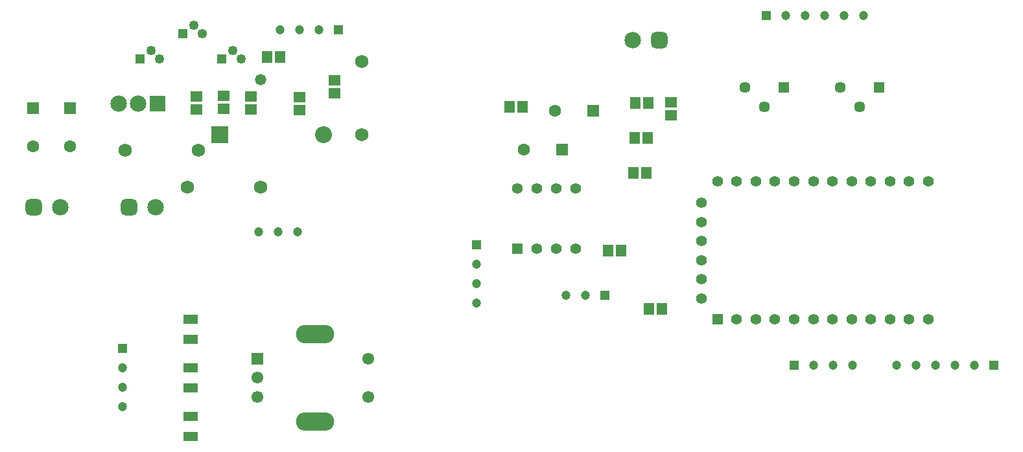
<source format=gts>
G04*
G04 #@! TF.GenerationSoftware,Altium Limited,Altium Designer,24.4.1 (13)*
G04*
G04 Layer_Color=8388736*
%FSLAX44Y44*%
%MOMM*%
G71*
G04*
G04 #@! TF.SameCoordinates,D16DE8F3-FD65-4EAC-9AAE-F1089B62832C*
G04*
G04*
G04 #@! TF.FilePolarity,Negative*
G04*
G01*
G75*
%ADD14C,1.2000*%
%ADD15R,1.2000X1.2000*%
%ADD16R,1.2000X1.2000*%
%ADD23C,1.5500*%
%ADD26C,2.1500*%
%ADD27R,2.1500X2.1500*%
%ADD32R,1.5500X1.5500*%
G04:AMPARAMS|DCode=33|XSize=2.4mm|YSize=5mm|CornerRadius=1.2mm|HoleSize=0mm|Usage=FLASHONLY|Rotation=270.000|XOffset=0mm|YOffset=0mm|HoleType=Round|Shape=RoundedRectangle|*
%AMROUNDEDRECTD33*
21,1,2.4000,2.6000,0,0,270.0*
21,1,0.0000,5.0000,0,0,270.0*
1,1,2.4000,-1.3000,0.0000*
1,1,2.4000,-1.3000,0.0000*
1,1,2.4000,1.3000,0.0000*
1,1,2.4000,1.3000,0.0000*
%
%ADD33ROUNDEDRECTD33*%
%ADD37R,1.6032X1.4032*%
%ADD38R,1.4032X1.6032*%
%ADD39R,1.9032X1.3032*%
%ADD40C,1.4032*%
%ADD41R,1.4032X1.4032*%
%ADD42C,2.1532*%
G04:AMPARAMS|DCode=43|XSize=2.1532mm|YSize=2.1532mm|CornerRadius=0.5891mm|HoleSize=0mm|Usage=FLASHONLY|Rotation=180.000|XOffset=0mm|YOffset=0mm|HoleType=Round|Shape=RoundedRectangle|*
%AMROUNDEDRECTD43*
21,1,2.1532,0.9750,0,0,180.0*
21,1,0.9750,2.1532,0,0,180.0*
1,1,1.1782,-0.4875,0.4875*
1,1,1.1782,0.4875,0.4875*
1,1,1.1782,0.4875,-0.4875*
1,1,1.1782,-0.4875,-0.4875*
%
%ADD43ROUNDEDRECTD43*%
%ADD44C,1.4532*%
%ADD45R,1.4532X1.4532*%
%ADD46R,1.6032X1.6032*%
%ADD47C,1.6032*%
%ADD48C,1.7532*%
%ADD49R,1.2532X1.2532*%
%ADD50C,1.2532*%
%ADD51R,1.6032X1.6032*%
%ADD52C,2.2032*%
%ADD53R,2.2032X2.2032*%
%ADD54C,1.4732*%
D14*
X1567180Y1214120D02*
D03*
X1541780D02*
D03*
X1465580D02*
D03*
X1490980D02*
D03*
X1516380D02*
D03*
X1061720Y838200D02*
D03*
Y863600D02*
D03*
Y889000D02*
D03*
X1203960Y848360D02*
D03*
X1178560D02*
D03*
X1552908Y756510D02*
D03*
X1527508D02*
D03*
X1502108D02*
D03*
X1610360Y756920D02*
D03*
X1635760D02*
D03*
X1711960D02*
D03*
X1686560D02*
D03*
X1661160D02*
D03*
X805180Y1195070D02*
D03*
X830580D02*
D03*
X855980D02*
D03*
X777240Y930910D02*
D03*
X802640D02*
D03*
X828040D02*
D03*
X599440Y702310D02*
D03*
Y727710D02*
D03*
Y753110D02*
D03*
D15*
X1061720Y914400D02*
D03*
X599440Y778510D02*
D03*
D16*
X1440180Y1214120D02*
D03*
X1229360Y848360D02*
D03*
X1476708Y756510D02*
D03*
X1737360Y756920D02*
D03*
X881380Y1195070D02*
D03*
D23*
X920440Y715410D02*
D03*
Y765410D02*
D03*
X775440Y715410D02*
D03*
Y740410D02*
D03*
D26*
X594360Y1098550D02*
D03*
X619760D02*
D03*
D27*
X645160D02*
D03*
D32*
X775440Y765410D02*
D03*
D33*
X850440Y683410D02*
D03*
Y797410D02*
D03*
D37*
X1315720Y1100700D02*
D03*
Y1083700D02*
D03*
X695960Y1107930D02*
D03*
Y1090930D02*
D03*
X731520Y1091710D02*
D03*
Y1108710D02*
D03*
X767080Y1090930D02*
D03*
Y1107930D02*
D03*
X830580Y1090050D02*
D03*
Y1107050D02*
D03*
X876300Y1112030D02*
D03*
Y1129030D02*
D03*
D38*
X1269120Y1099820D02*
D03*
X1286120D02*
D03*
X1268240Y1054100D02*
D03*
X1285240D02*
D03*
X1266580Y1008380D02*
D03*
X1283580D02*
D03*
X1104900Y1094740D02*
D03*
X1121900D02*
D03*
X1233560Y906780D02*
D03*
X1250560D02*
D03*
X1286900Y830580D02*
D03*
X1303900D02*
D03*
X788180Y1159510D02*
D03*
X805180D02*
D03*
D39*
X688340Y790910D02*
D03*
Y816910D02*
D03*
Y727410D02*
D03*
Y753410D02*
D03*
Y663910D02*
D03*
Y689910D02*
D03*
D40*
X1354922Y969042D02*
D03*
Y944042D02*
D03*
Y919042D02*
D03*
Y894042D02*
D03*
Y869042D02*
D03*
Y844042D02*
D03*
X1651426Y996864D02*
D03*
X1626426D02*
D03*
X1601426D02*
D03*
X1576426D02*
D03*
X1551426D02*
D03*
X1526426D02*
D03*
X1501426D02*
D03*
X1476426D02*
D03*
X1451426D02*
D03*
X1426426D02*
D03*
X1401426D02*
D03*
X1376426D02*
D03*
X1651426Y816864D02*
D03*
X1626426D02*
D03*
X1601426D02*
D03*
X1576426D02*
D03*
X1551426D02*
D03*
X1526426D02*
D03*
X1501426D02*
D03*
X1476426D02*
D03*
X1451426D02*
D03*
X1426426D02*
D03*
X1401426D02*
D03*
X1191260Y988020D02*
D03*
X1165860D02*
D03*
X1140460D02*
D03*
X1115060D02*
D03*
X1191260Y909320D02*
D03*
X1165860D02*
D03*
X1140460D02*
D03*
D41*
X1376426Y816864D02*
D03*
X1115060Y909320D02*
D03*
D42*
X1265200Y1181560D02*
D03*
X517880Y963470D02*
D03*
X642340D02*
D03*
D43*
X1300200Y1181560D02*
D03*
X482880Y963470D02*
D03*
X607340D02*
D03*
D44*
X1412240Y1119790D02*
D03*
X1437640Y1094390D02*
D03*
X1536700Y1119790D02*
D03*
X1562100Y1094390D02*
D03*
D45*
X1463040Y1119790D02*
D03*
X1587500D02*
D03*
D46*
X1213720Y1089660D02*
D03*
X1173080Y1038860D02*
D03*
D47*
X1163720Y1089660D02*
D03*
X1123080Y1038860D02*
D03*
X530860Y1043070D02*
D03*
X482600D02*
D03*
D48*
X697940Y1037590D02*
D03*
X602540D02*
D03*
X683820Y989330D02*
D03*
X779220D02*
D03*
X911860Y1058470D02*
D03*
Y1153870D02*
D03*
D49*
X728980Y1156970D02*
D03*
X678180Y1189990D02*
D03*
X622300Y1156970D02*
D03*
D50*
X742950Y1168400D02*
D03*
X754380Y1156970D02*
D03*
X692150Y1201420D02*
D03*
X703580Y1189990D02*
D03*
X636270Y1168400D02*
D03*
X647700Y1156970D02*
D03*
D51*
X530860Y1093070D02*
D03*
X482600D02*
D03*
D52*
X861440Y1057910D02*
D03*
D53*
X726440D02*
D03*
D54*
X779526Y1130554D02*
D03*
M02*

</source>
